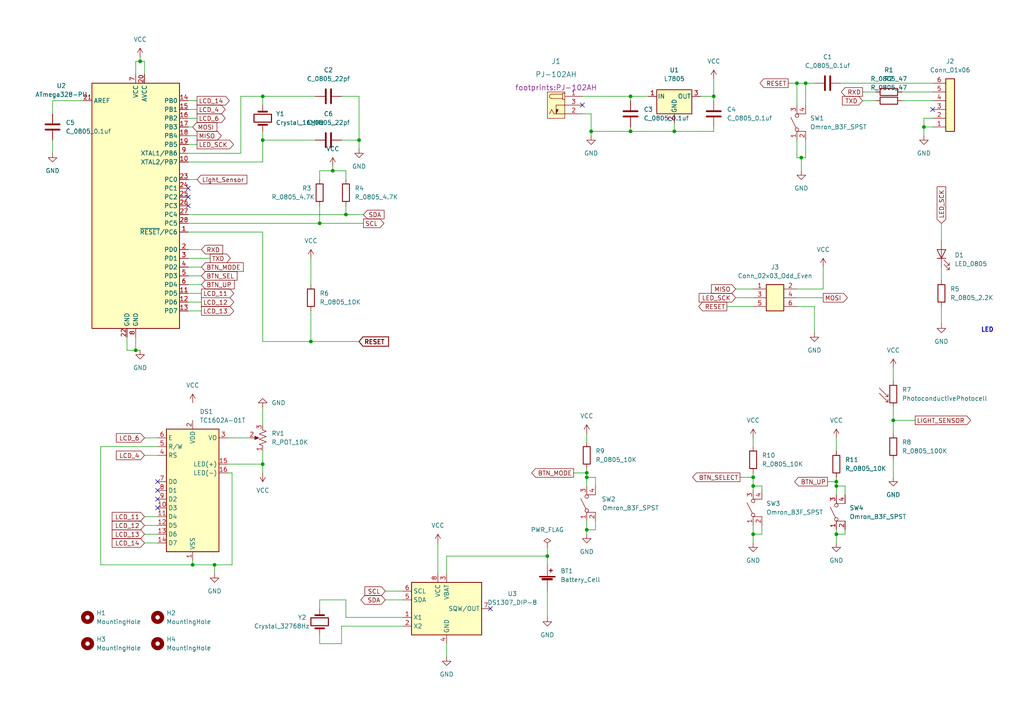
<source format=kicad_sch>
(kicad_sch (version 20211123) (generator eeschema)
  (paper "A4")
  (lib_symbols
    (symbol "HPS:ATmega328-PU"
      (property "Reference" "U" (at -11.43 39.37 0))
      (property "Value" "ATmega328-PU" (at -17.78 38.1 0))
      (symbol "ATmega328-PU_1_1"
        (pin tri_state line (at 15.24 -7.62 180) (length 2.54) (name "~{RESET}/PC6") (number "1"))
        (pin tri_state line (at 15.24 12.7 180) (length 2.54) (name "XTAL2/PB7") (number "10"))
        (pin tri_state line (at 15.24 -25.4 180) (length 2.54) (name "PD5") (number "11"))
        (pin tri_state line (at 15.24 -27.94 180) (length 2.54) (name "PD6") (number "12"))
        (pin tri_state line (at 15.24 -30.48 180) (length 2.54) (name "PD7") (number "13"))
        (pin tri_state line (at 15.24 30.48 180) (length 2.54) (name "PB0") (number "14"))
        (pin tri_state line (at 15.24 27.94 180) (length 2.54) (name "PB1") (number "15"))
        (pin tri_state line (at 15.24 25.4 180) (length 2.54) (name "PB2") (number "16"))
        (pin tri_state line (at 15.24 22.86 180) (length 2.54) (name "PB3") (number "17"))
        (pin tri_state line (at 15.24 20.32 180) (length 2.54) (name "PB4") (number "18"))
        (pin tri_state line (at 15.24 17.78 180) (length 2.54) (name "PB5") (number "19"))
        (pin tri_state line (at 15.24 -12.7 180) (length 2.54) (name "PD0") (number "2"))
        (pin power_in line (at 2.54 38.1 270) (length 2.54) (name "AVCC") (number "20"))
        (pin passive line (at -15.24 30.48 0) (length 2.54) (name "AREF") (number "21"))
        (pin power_in line (at -2.54 -38.1 90) (length 2.54) (name "GND") (number "22"))
        (pin tri_state line (at 15.24 7.62 180) (length 2.54) (name "PC0") (number "23"))
        (pin tri_state line (at 15.24 5.08 180) (length 2.54) (name "PC1") (number "24"))
        (pin tri_state line (at 15.24 2.54 180) (length 2.54) (name "PC2") (number "25"))
        (pin tri_state line (at 15.24 0 180) (length 2.54) (name "PC3") (number "26"))
        (pin tri_state line (at 15.24 -2.54 180) (length 2.54) (name "PC4") (number "27"))
        (pin tri_state line (at 15.24 -5.08 180) (length 2.54) (name "PC5") (number "28"))
        (pin tri_state line (at 15.24 -15.24 180) (length 2.54) (name "PD1") (number "3"))
        (pin tri_state line (at 15.24 -17.78 180) (length 2.54) (name "PD2") (number "4"))
        (pin tri_state line (at 15.24 -20.32 180) (length 2.54) (name "PD3") (number "5"))
        (pin tri_state line (at 15.24 -22.86 180) (length 2.54) (name "PD4") (number "6"))
        (pin power_in line (at 0 38.1 270) (length 2.54) (name "VCC") (number "7"))
        (pin power_in line (at 0 -38.1 90) (length 2.54) (name "GND") (number "8"))
        (pin tri_state line (at 15.24 15.24 180) (length 2.54) (name "XTAL1/PB6") (number "9"))
      )
    )
    (symbol "HPS:Battery_Cell" (pin_numbers hide) (pin_names (offset 0) hide)
      (property "Reference" "BT" (at 2.54 2.54 0))
      (property "Value" "Battery_Cell" (at 2.54 0 0))
      (symbol "Battery_Cell_1_1"
        (pin passive line (at 0 5.08 270) (length 2.54) (name "+") (number "1"))
        (pin passive line (at 0 -2.54 90) (length 2.54) (name "-") (number "2"))
      )
    )
    (symbol "HPS:C_0805_0.1uf" (pin_numbers hide) (pin_names (offset 0.254))
      (property "Reference" "C" (at 0.635 2.54 0))
      (property "Value" "C_0805_0.1uf" (at 0.635 -2.54 0))
      (symbol "C_0805_0.1uf_1_1"
        (pin passive line (at 0 3.81 270) (length 2.794) (name "~") (number "1"))
        (pin passive line (at 0 -3.81 90) (length 2.794) (name "~") (number "2"))
      )
    )
    (symbol "HPS:C_0805_22pf" (pin_numbers hide) (pin_names (offset 0.254))
      (property "Reference" "C" (at 0.635 2.54 0))
      (property "Value" "C_0805_22pf" (at 0.635 -2.54 0))
      (symbol "C_0805_22pf_1_1"
        (pin passive line (at 0 3.81 270) (length 2.794) (name "~") (number "1"))
        (pin passive line (at 0 -3.81 90) (length 2.794) (name "~") (number "2"))
      )
    )
    (symbol "HPS:Conn_01x06" (pin_names (offset 1.016) hide)
      (property "Reference" "J" (at 0 7.62 0))
      (property "Value" "Conn_01x06" (at 0 -10.16 0))
      (symbol "Conn_01x06_1_1"
        (pin passive line (at -5.08 5.08 0) (length 3.81) (name "Pin_1") (number "1"))
        (pin passive line (at -5.08 2.54 0) (length 3.81) (name "Pin_2") (number "2"))
        (pin passive line (at -5.08 0 0) (length 3.81) (name "Pin_3") (number "3"))
        (pin passive line (at -5.08 -2.54 0) (length 3.81) (name "Pin_4") (number "4"))
        (pin passive line (at -5.08 -5.08 0) (length 3.81) (name "Pin_5") (number "5"))
        (pin passive line (at -5.08 -7.62 0) (length 3.81) (name "Pin_6") (number "6"))
      )
    )
    (symbol "HPS:Conn_02x03_Odd_Even" (pin_names (offset 1.016) hide)
      (property "Reference" "J" (at 0 8.89 0))
      (property "Value" "Conn_02x03_Odd_Even" (at 0 6.35 0))
      (symbol "Conn_02x03_Odd_Even_1_1"
        (pin passive line (at -6.35 3.81 0) (length 3.81) (name "Pin_1") (number "1"))
        (pin passive line (at 6.35 3.81 180) (length 3.81) (name "Pin_2") (number "2"))
        (pin passive line (at -6.35 1.27 0) (length 3.81) (name "Pin_3") (number "3"))
        (pin passive line (at 6.35 1.27 180) (length 3.81) (name "Pin_4") (number "4"))
        (pin passive line (at -6.35 -1.27 0) (length 3.81) (name "Pin_5") (number "5"))
        (pin passive line (at 6.35 -1.27 180) (length 3.81) (name "Pin_6") (number "6"))
      )
    )
    (symbol "HPS:Crystal_16MHz" (pin_numbers hide) (pin_names (offset 1.016) hide)
      (property "Reference" "Y" (at 0 3.81 0))
      (property "Value" "Crystal_16MHz" (at 0 -3.81 0))
      (symbol "Crystal_16MHz_1_1"
        (pin passive line (at -3.81 0 0) (length 1.27) (name "1") (number "1"))
        (pin passive line (at 3.81 0 180) (length 1.27) (name "2") (number "2"))
      )
    )
    (symbol "HPS:Crystal_32768Hz" (pin_numbers hide) (pin_names (offset 1.016) hide)
      (property "Reference" "Y" (at 0 3.81 0))
      (property "Value" "Crystal_32768Hz" (at 0 -3.81 0))
      (symbol "Crystal_32768Hz_1_1"
        (pin passive line (at -3.81 0 0) (length 1.27) (name "1") (number "1"))
        (pin passive line (at 3.81 0 180) (length 1.27) (name "2") (number "2"))
      )
    )
    (symbol "HPS:DS1307_DIP-8"
      (property "Reference" "U" (at -8.89 8.89 0))
      (property "Value" "DS1307_DIP-8" (at 1.27 8.89 0))
      (symbol "DS1307_DIP-8_1_1"
        (pin input line (at -12.7 -2.54 0) (length 2.54) (name "X1") (number "1"))
        (pin input line (at -12.7 -5.08 0) (length 2.54) (name "X2") (number "2"))
        (pin power_in line (at 0 10.16 270) (length 2.54) (name "VBAT") (number "3"))
        (pin power_in line (at 0 -10.16 90) (length 2.54) (name "GND") (number "4"))
        (pin bidirectional line (at -12.7 2.54 0) (length 2.54) (name "SDA") (number "5"))
        (pin input line (at -12.7 5.08 0) (length 2.54) (name "SCL") (number "6"))
        (pin open_collector line (at 12.7 0 180) (length 2.54) (name "SQW/OUT") (number "7"))
        (pin power_in line (at -2.54 10.16 270) (length 2.54) (name "VCC") (number "8"))
      )
    )
    (symbol "HPS:GND" (power) (pin_names (offset 0))
      (property "Value" "GND" (at 0 -3.81 0))
      (symbol "GND_1_1"
        (pin power_in line (at 0 0 270) (length 0) hide (name "GND") (number "1"))
      )
    )
    (symbol "HPS:L7805" (pin_names (offset 0.254))
      (property "Reference" "U" (at -3.81 3.175 0))
      (property "Value" "L7805" (at 0 3.175 0))
      (symbol "L7805_1_1"
        (pin power_in line (at -7.62 0 0) (length 2.54) (name "IN") (number "1"))
        (pin power_in line (at 0 -7.62 90) (length 2.54) (name "GND") (number "2"))
        (pin power_out line (at 7.62 0 180) (length 2.54) (name "OUT") (number "3"))
      )
    )
    (symbol "HPS:LED_0805" (pin_numbers hide) (pin_names (offset 1.016) hide)
      (property "Reference" "D" (at 0 2.54 0))
      (property "Value" "LED_0805" (at 0 -2.54 0))
      (symbol "LED_0805_1_1"
        (pin passive line (at -3.81 0 0) (length 2.54) (name "K") (number "1"))
        (pin passive line (at 3.81 0 180) (length 2.54) (name "A") (number "2"))
      )
    )
    (symbol "HPS:MountingHole" (pin_names (offset 1.016))
      (property "Reference" "H" (at 0 5.08 0))
      (property "Value" "MountingHole" (at 0 3.175 0))
    )
    (symbol "HPS:Omron_B3F_SPST" (pin_names (offset 0) hide)
      (property "Reference" "SW" (at 0 5.08 0))
      (property "Value" "Omron_B3F_SPST" (at 0 2.54 0))
      (symbol "Omron_B3F_SPST_1_1"
        (pin passive line (at -5.08 0 0) (length 2.54) (name "A") (number "1"))
        (pin passive line (at -5.08 -2.54 0) (length 2.54) (name "A") (number "2"))
        (pin passive line (at 5.08 0 180) (length 2.54) (name "B") (number "3"))
        (pin passive line (at 5.08 -2.54 180) (length 2.54) (name "B") (number "4"))
      )
    )
    (symbol "HPS:PJ-102AH" (pin_names (offset 1.016) hide)
      (property "Reference" "J" (at -2.54 5.08 0))
      (property "Value" "PJ-102AH" (at 0 -5.334 0))
      (property "Footprint" "footprints:PJ-102AH" (at 0 -7.874 0))
      (symbol "PJ-102AH_1_1"
        (pin passive line (at 5.08 2.54 180) (length 5.08) (name "POLE") (number "1"))
        (pin passive line (at 5.08 -2.54 180) (length 5.08) (name "OUT") (number "2"))
        (pin passive line (at 5.08 0 180) (length 5.08) (name "OUT") (number "3"))
      )
    )
    (symbol "HPS:PWR_FLAG" (power) (pin_numbers hide) (pin_names (offset 0) hide)
      (property "Value" "PWR_FLAG" (at 0 3.81 0))
      (symbol "PWR_FLAG_0_0"
        (pin power_out line (at 0 0 90) (length 0) (name "pwr") (number "1"))
      )
    )
    (symbol "HPS:PhotoconductivePhotocell" (pin_numbers hide) (pin_names (offset 0))
      (property "Reference" "R" (at 5.08 1.27 0))
      (property "Value" "PhotoconductivePhotocell" (at 13.97 0 0))
      (symbol "PhotoconductivePhotocell_1_1"
        (pin passive line (at 0 3.81 270) (length 1.27) (name "~") (number "1"))
        (pin passive line (at 0 -3.81 90) (length 1.27) (name "~") (number "2"))
      )
    )
    (symbol "HPS:R_0805_100K" (pin_numbers hide) (pin_names (offset 0))
      (property "Reference" "R" (at 2.032 0 90))
      (property "Value" "R_0805_100K" (at -2.54 0 90))
      (symbol "R_0805_100K_1_1"
        (pin passive line (at 0 3.81 270) (length 1.27) (name "~") (number "1"))
        (pin passive line (at 0 -3.81 90) (length 1.27) (name "~") (number "2"))
      )
    )
    (symbol "HPS:R_0805_10K" (pin_numbers hide) (pin_names (offset 0))
      (property "Reference" "R" (at 2.032 0 90))
      (property "Value" "R_0805_10K" (at -2.54 0 90))
      (symbol "R_0805_10K_1_1"
        (pin passive line (at 0 3.81 270) (length 1.27) (name "~") (number "1"))
        (pin passive line (at 0 -3.81 90) (length 1.27) (name "~") (number "2"))
      )
    )
    (symbol "HPS:R_0805_2.2K" (pin_numbers hide) (pin_names (offset 0))
      (property "Reference" "R" (at 2.032 0 90))
      (property "Value" "R_0805_2.2K" (at -2.54 0 90))
      (symbol "R_0805_2.2K_1_1"
        (pin passive line (at 0 3.81 270) (length 1.27) (name "~") (number "1"))
        (pin passive line (at 0 -3.81 90) (length 1.27) (name "~") (number "2"))
      )
    )
    (symbol "HPS:R_0805_4.7K" (pin_numbers hide) (pin_names (offset 0))
      (property "Reference" "R" (at 2.032 0 90))
      (property "Value" "R_0805_4.7K" (at -2.54 0 90))
      (symbol "R_0805_4.7K_1_1"
        (pin passive line (at 0 3.81 270) (length 1.27) (name "~") (number "1"))
        (pin passive line (at 0 -3.81 90) (length 1.27) (name "~") (number "2"))
      )
    )
    (symbol "HPS:R_0805_47" (pin_numbers hide) (pin_names (offset 0))
      (property "Reference" "R" (at 2.032 0 90))
      (property "Value" "R_0805_47" (at -2.54 0 90))
      (symbol "R_0805_47_1_1"
        (pin passive line (at 0 3.81 270) (length 1.27) (name "~") (number "1"))
        (pin passive line (at 0 -3.81 90) (length 1.27) (name "~") (number "2"))
      )
    )
    (symbol "HPS:R_POT_10K" (pin_names (offset 1.016) hide)
      (property "Reference" "RV" (at -4.445 0 90))
      (property "Value" "R_POT_10K" (at -2.54 0 90))
      (symbol "R_POT_10K_1_1"
        (pin passive line (at 0 3.81 270) (length 1.27) (name "1") (number "1"))
        (pin passive line (at 3.81 0 180) (length 1.27) (name "2") (number "2"))
        (pin passive line (at 0 -3.81 90) (length 1.27) (name "3") (number "3"))
      )
    )
    (symbol "HPS:TC1602A-01T"
      (property "Reference" "DS" (at -5.842 19.05 0))
      (property "Value" "TC1602A-01T" (at 5.334 19.05 0))
      (symbol "TC1602A-01T_1_1"
        (pin power_in line (at 0 -20.32 90) (length 2.54) (name "VSS") (number "1"))
        (pin input line (at -10.16 -5.08 0) (length 2.54) (name "D3") (number "10"))
        (pin input line (at -10.16 -7.62 0) (length 2.54) (name "D4") (number "11"))
        (pin input line (at -10.16 -10.16 0) (length 2.54) (name "D5") (number "12"))
        (pin input line (at -10.16 -12.7 0) (length 2.54) (name "D6") (number "13"))
        (pin input line (at -10.16 -15.24 0) (length 2.54) (name "D7") (number "14"))
        (pin power_in line (at 10.16 7.62 180) (length 2.54) (name "LED(+)") (number "15"))
        (pin power_in line (at 10.16 5.08 180) (length 2.54) (name "LED(-)") (number "16"))
        (pin power_in line (at 0 20.32 270) (length 2.54) (name "VDD") (number "2"))
        (pin input line (at 10.16 15.24 180) (length 2.54) (name "VO") (number "3"))
        (pin input line (at -10.16 10.16 0) (length 2.54) (name "RS") (number "4"))
        (pin input line (at -10.16 12.7 0) (length 2.54) (name "R/W") (number "5"))
        (pin input line (at -10.16 15.24 0) (length 2.54) (name "E") (number "6"))
        (pin input line (at -10.16 2.54 0) (length 2.54) (name "D0") (number "7"))
        (pin input line (at -10.16 0 0) (length 2.54) (name "D1") (number "8"))
        (pin input line (at -10.16 -2.54 0) (length 2.54) (name "D2") (number "9"))
      )
    )
    (symbol "HPS:VCC" (power) (pin_names (offset 0))
      (property "Value" "VCC" (at 0 3.81 0))
      (symbol "VCC_1_1"
        (pin power_in line (at 0 0 90) (length 0) hide (name "VCC") (number "1"))
      )
    )
  )
  (junction (at 218.44 138.43))
  (junction (at 233.68 24.13))
  (junction (at 218.44 154.94))
  (junction (at 40.64 17.78))
  (junction (at 218.44 140.97))
  (junction (at 170.18 137.16))
  (junction (at 76.2 27.94))
  (junction (at 171.45 38.1))
  (junction (at 242.57 154.94))
  (junction (at 242.57 140.97))
  (junction (at 231.14 24.13))
  (junction (at 39.37 101.6))
  (junction (at 55.88 163.83))
  (junction (at 96.52 49.53))
  (junction (at 158.75 161.29))
  (junction (at 100.33 62.23))
  (junction (at 170.18 153.67))
  (junction (at 104.14 40.64))
  (junction (at 170.18 138.43))
  (junction (at 90.17 99.06))
  (junction (at 92.71 64.77))
  (junction (at 182.88 27.94))
  (junction (at 195.58 38.1))
  (junction (at 76.2 134.62))
  (junction (at 232.41 45.72))
  (junction (at 259.08 121.92))
  (junction (at 207.01 27.94))
  (junction (at 267.97 36.83))
  (junction (at 242.57 139.7))
  (junction (at 76.2 40.64))
  (junction (at 182.88 38.1))
  (junction (at 62.23 163.83))
  (no_connect (at 54.61 54.61))
  (no_connect (at 54.61 57.15))
  (no_connect (at 54.61 59.69))
  (no_connect (at 168.91 30.48))
  (no_connect (at 45.72 139.7))
  (no_connect (at 45.72 142.24))
  (no_connect (at 45.72 144.78))
  (no_connect (at 45.72 147.32))
  (no_connect (at 270.51 31.75))
  (no_connect (at 142.24 176.53))
  (wire (pts (xy 242.57 139.7) (xy 242.57 140.97)))
  (wire (pts (xy 236.22 24.13) (xy 233.68 24.13)))
  (wire (pts (xy 236.22 88.9) (xy 236.22 96.52)))
  (wire (pts (xy 29.21 163.83) (xy 55.88 163.83)))
  (wire (pts (xy 100.33 173.99) (xy 92.71 173.99)))
  (wire (pts (xy 54.61 82.55) (xy 58.42 82.55)))
  (wire (pts (xy 45.72 129.54) (xy 29.21 129.54)))
  (wire (pts (xy 250.19 29.21) (xy 254 29.21)))
  (wire (pts (xy 203.2 27.94) (xy 207.01 27.94)))
  (wire (pts (xy 195.58 38.1) (xy 182.88 38.1)))
  (wire (pts (xy 207.01 22.86) (xy 207.01 27.94)))
  (wire (pts (xy 54.61 46.99) (xy 76.2 46.99)))
  (wire (pts (xy 158.75 161.29) (xy 158.75 163.83)))
  (wire (pts (xy 158.75 171.45) (xy 158.75 179.07)))
  (wire (pts (xy 245.11 154.94) (xy 242.57 154.94)))
  (wire (pts (xy 220.98 140.97) (xy 218.44 140.97)))
  (wire (pts (xy 245.11 143.51) (xy 245.11 140.97)))
  (wire (pts (xy 54.61 29.21) (xy 57.15 29.21)))
  (wire (pts (xy 259.08 106.68) (xy 259.08 110.49)))
  (wire (pts (xy 54.61 85.09) (xy 58.42 85.09)))
  (wire (pts (xy 170.18 137.16) (xy 170.18 138.43)))
  (wire (pts (xy 233.68 24.13) (xy 233.68 30.48)))
  (wire (pts (xy 231.14 24.13) (xy 231.14 30.48)))
  (wire (pts (xy 91.44 27.94) (xy 76.2 27.94)))
  (wire (pts (xy 100.33 62.23) (xy 105.41 62.23)))
  (wire (pts (xy 104.14 40.64) (xy 104.14 43.18)))
  (wire (pts (xy 240.03 139.7) (xy 242.57 139.7)))
  (wire (pts (xy 104.14 27.94) (xy 99.06 27.94)))
  (wire (pts (xy 232.41 45.72) (xy 232.41 49.53)))
  (wire (pts (xy 76.2 67.31) (xy 54.61 67.31)))
  (wire (pts (xy 116.84 179.07) (xy 100.33 179.07)))
  (wire (pts (xy 231.14 45.72) (xy 232.41 45.72)))
  (wire (pts (xy 207.01 27.94) (xy 207.01 29.21)))
  (wire (pts (xy 220.98 154.94) (xy 218.44 154.94)))
  (wire (pts (xy 170.18 138.43) (xy 170.18 140.97)))
  (wire (pts (xy 96.52 49.53) (xy 100.33 49.53)))
  (wire (pts (xy 54.61 64.77) (xy 92.71 64.77)))
  (wire (pts (xy 39.37 101.6) (xy 40.64 101.6)))
  (wire (pts (xy 54.61 74.93) (xy 60.96 74.93)))
  (wire (pts (xy 76.2 40.64) (xy 91.44 40.64)))
  (wire (pts (xy 41.91 157.48) (xy 45.72 157.48)))
  (wire (pts (xy 99.06 181.61) (xy 116.84 181.61)))
  (wire (pts (xy 213.36 86.36) (xy 218.44 86.36)))
  (wire (pts (xy 231.14 88.9) (xy 236.22 88.9)))
  (wire (pts (xy 41.91 152.4) (xy 45.72 152.4)))
  (wire (pts (xy 228.6 24.13) (xy 231.14 24.13)))
  (wire (pts (xy 92.71 64.77) (xy 92.71 59.69)))
  (wire (pts (xy 55.88 163.83) (xy 55.88 162.56)))
  (wire (pts (xy 29.21 129.54) (xy 29.21 163.83)))
  (wire (pts (xy 182.88 27.94) (xy 187.96 27.94)))
  (wire (pts (xy 41.91 149.86) (xy 45.72 149.86)))
  (wire (pts (xy 54.61 62.23) (xy 100.33 62.23)))
  (wire (pts (xy 69.85 27.94) (xy 76.2 27.94)))
  (wire (pts (xy 40.64 17.78) (xy 39.37 17.78)))
  (wire (pts (xy 54.61 87.63) (xy 58.42 87.63)))
  (wire (pts (xy 92.71 64.77) (xy 105.41 64.77)))
  (wire (pts (xy 92.71 49.53) (xy 96.52 49.53)))
  (wire (pts (xy 67.31 163.83) (xy 62.23 163.83)))
  (wire (pts (xy 218.44 154.94) (xy 218.44 152.4)))
  (wire (pts (xy 172.72 153.67) (xy 170.18 153.67)))
  (wire (pts (xy 242.57 140.97) (xy 242.57 143.51)))
  (wire (pts (xy 166.37 137.16) (xy 170.18 137.16)))
  (wire (pts (xy 76.2 118.11) (xy 76.2 123.19)))
  (wire (pts (xy 182.88 38.1) (xy 171.45 38.1)))
  (wire (pts (xy 90.17 90.17) (xy 90.17 99.06)))
  (wire (pts (xy 66.04 134.62) (xy 76.2 134.62)))
  (wire (pts (xy 127 157.48) (xy 127 166.37)))
  (wire (pts (xy 15.24 29.21) (xy 24.13 29.21)))
  (wire (pts (xy 259.08 118.11) (xy 259.08 121.92)))
  (wire (pts (xy 238.76 83.82) (xy 238.76 77.47)))
  (wire (pts (xy 220.98 142.24) (xy 220.98 140.97)))
  (wire (pts (xy 100.33 59.69) (xy 100.33 62.23)))
  (wire (pts (xy 171.45 33.02) (xy 171.45 38.1)))
  (wire (pts (xy 62.23 163.83) (xy 55.88 163.83)))
  (wire (pts (xy 39.37 97.79) (xy 39.37 101.6)))
  (wire (pts (xy 207.01 36.83) (xy 207.01 38.1)))
  (wire (pts (xy 62.23 163.83) (xy 62.23 166.37)))
  (wire (pts (xy 242.57 138.43) (xy 242.57 139.7)))
  (wire (pts (xy 54.61 41.91) (xy 57.15 41.91)))
  (wire (pts (xy 100.33 179.07) (xy 100.33 173.99)))
  (wire (pts (xy 231.14 83.82) (xy 238.76 83.82)))
  (wire (pts (xy 182.88 27.94) (xy 182.88 29.21)))
  (wire (pts (xy 76.2 130.81) (xy 76.2 134.62)))
  (wire (pts (xy 168.91 33.02) (xy 171.45 33.02)))
  (wire (pts (xy 54.61 77.47) (xy 58.42 77.47)))
  (wire (pts (xy 172.72 151.13) (xy 172.72 153.67)))
  (wire (pts (xy 54.61 39.37) (xy 57.15 39.37)))
  (wire (pts (xy 41.91 127) (xy 45.72 127)))
  (wire (pts (xy 270.51 34.29) (xy 267.97 34.29)))
  (wire (pts (xy 40.64 17.78) (xy 41.91 17.78)))
  (wire (pts (xy 261.62 29.21) (xy 270.51 29.21)))
  (wire (pts (xy 273.05 64.77) (xy 273.05 69.85)))
  (wire (pts (xy 40.64 16.51) (xy 40.64 17.78)))
  (wire (pts (xy 242.57 153.67) (xy 242.57 154.94)))
  (wire (pts (xy 242.57 127) (xy 242.57 130.81)))
  (wire (pts (xy 54.61 34.29) (xy 57.15 34.29)))
  (wire (pts (xy 36.83 101.6) (xy 39.37 101.6)))
  (wire (pts (xy 245.11 153.67) (xy 245.11 154.94)))
  (wire (pts (xy 54.61 80.01) (xy 58.42 80.01)))
  (wire (pts (xy 92.71 173.99) (xy 92.71 176.53)))
  (wire (pts (xy 231.14 24.13) (xy 233.68 24.13)))
  (wire (pts (xy 99.06 186.69) (xy 99.06 181.61)))
  (wire (pts (xy 69.85 44.45) (xy 69.85 27.94)))
  (wire (pts (xy 210.82 88.9) (xy 218.44 88.9)))
  (wire (pts (xy 92.71 184.15) (xy 92.71 186.69)))
  (wire (pts (xy 242.57 154.94) (xy 242.57 157.48)))
  (wire (pts (xy 231.14 86.36) (xy 238.76 86.36)))
  (wire (pts (xy 76.2 38.1) (xy 76.2 40.64)))
  (wire (pts (xy 171.45 38.1) (xy 171.45 39.37)))
  (wire (pts (xy 261.62 26.67) (xy 270.51 26.67)))
  (wire (pts (xy 54.61 36.83) (xy 55.88 36.83)))
  (wire (pts (xy 111.76 171.45) (xy 116.84 171.45)))
  (wire (pts (xy 92.71 186.69) (xy 99.06 186.69)))
  (wire (pts (xy 39.37 17.78) (xy 39.37 21.59)))
  (wire (pts (xy 41.91 154.94) (xy 45.72 154.94)))
  (wire (pts (xy 66.04 127) (xy 72.39 127)))
  (wire (pts (xy 168.91 27.94) (xy 182.88 27.94)))
  (wire (pts (xy 250.19 26.67) (xy 254 26.67)))
  (wire (pts (xy 90.17 74.93) (xy 90.17 82.55)))
  (wire (pts (xy 267.97 36.83) (xy 267.97 39.37)))
  (wire (pts (xy 54.61 52.07) (xy 57.15 52.07)))
  (wire (pts (xy 220.98 152.4) (xy 220.98 154.94)))
  (wire (pts (xy 267.97 34.29) (xy 267.97 36.83)))
  (wire (pts (xy 170.18 153.67) (xy 170.18 154.94)))
  (wire (pts (xy 231.14 40.64) (xy 231.14 45.72)))
  (wire (pts (xy 218.44 154.94) (xy 218.44 157.48)))
  (wire (pts (xy 76.2 137.16) (xy 76.2 134.62)))
  (wire (pts (xy 36.83 97.79) (xy 36.83 101.6)))
  (wire (pts (xy 273.05 88.9) (xy 273.05 93.98)))
  (wire (pts (xy 232.41 45.72) (xy 233.68 45.72)))
  (wire (pts (xy 129.54 186.69) (xy 129.54 190.5)))
  (wire (pts (xy 129.54 166.37) (xy 129.54 161.29)))
  (wire (pts (xy 54.61 44.45) (xy 69.85 44.45)))
  (wire (pts (xy 243.84 24.13) (xy 270.51 24.13)))
  (wire (pts (xy 172.72 138.43) (xy 170.18 138.43)))
  (wire (pts (xy 111.76 173.99) (xy 116.84 173.99)))
  (wire (pts (xy 273.05 77.47) (xy 273.05 81.28)))
  (wire (pts (xy 76.2 46.99) (xy 76.2 40.64)))
  (wire (pts (xy 172.72 140.97) (xy 172.72 138.43)))
  (wire (pts (xy 76.2 99.06) (xy 90.17 99.06)))
  (wire (pts (xy 270.51 36.83) (xy 267.97 36.83)))
  (wire (pts (xy 100.33 49.53) (xy 100.33 52.07)))
  (wire (pts (xy 170.18 151.13) (xy 170.18 153.67)))
  (wire (pts (xy 15.24 40.64) (xy 15.24 44.45)))
  (wire (pts (xy 218.44 140.97) (xy 218.44 142.24)))
  (wire (pts (xy 54.61 31.75) (xy 57.15 31.75)))
  (wire (pts (xy 41.91 132.08) (xy 45.72 132.08)))
  (wire (pts (xy 218.44 137.16) (xy 218.44 138.43)))
  (wire (pts (xy 96.52 48.26) (xy 96.52 49.53)))
  (wire (pts (xy 104.14 40.64) (xy 99.06 40.64)))
  (wire (pts (xy 158.75 158.75) (xy 158.75 161.29)))
  (wire (pts (xy 170.18 125.73) (xy 170.18 128.27)))
  (wire (pts (xy 182.88 36.83) (xy 182.88 38.1)))
  (wire (pts (xy 54.61 90.17) (xy 58.42 90.17)))
  (wire (pts (xy 41.91 17.78) (xy 41.91 21.59)))
  (wire (pts (xy 214.63 138.43) (xy 218.44 138.43)))
  (wire (pts (xy 76.2 67.31) (xy 76.2 99.06)))
  (wire (pts (xy 195.58 35.56) (xy 195.58 38.1)))
  (wire (pts (xy 129.54 161.29) (xy 158.75 161.29)))
  (wire (pts (xy 259.08 121.92) (xy 259.08 125.73)))
  (wire (pts (xy 54.61 72.39) (xy 58.42 72.39)))
  (wire (pts (xy 92.71 52.07) (xy 92.71 49.53)))
  (wire (pts (xy 67.31 137.16) (xy 67.31 163.83)))
  (wire (pts (xy 218.44 127) (xy 218.44 129.54)))
  (wire (pts (xy 245.11 140.97) (xy 242.57 140.97)))
  (wire (pts (xy 76.2 27.94) (xy 76.2 30.48)))
  (wire (pts (xy 15.24 33.02) (xy 15.24 29.21)))
  (wire (pts (xy 233.68 45.72) (xy 233.68 40.64)))
  (wire (pts (xy 259.08 133.35) (xy 259.08 138.43)))
  (wire (pts (xy 66.04 137.16) (xy 67.31 137.16)))
  (wire (pts (xy 207.01 38.1) (xy 195.58 38.1)))
  (wire (pts (xy 104.14 27.94) (xy 104.14 40.64)))
  (wire (pts (xy 259.08 121.92) (xy 265.43 121.92)))
  (wire (pts (xy 218.44 138.43) (xy 218.44 140.97)))
  (wire (pts (xy 213.36 83.82) (xy 218.44 83.82)))
  (wire (pts (xy 170.18 135.89) (xy 170.18 137.16)))
  (wire (pts (xy 90.17 99.06) (xy 104.14 99.06)))
  (text "LED" (at 284.48 96.52 0) (effects (font (size 1.27 1.27) (thickness 0.254) bold) (justify left bottom)))
  (global_label "RESET" (shape input) (at 104.14 99.06 0) (effects (font bold)) (property "Intersheet References" "${INTERSHEET_REFS}" (effects hide)))
  (global_label "LED_SCK" (shape output) (at 57.15 41.91 0) (property "Intersheet References" "${INTERSHEET_REFS}" (effects hide)))
  (global_label "TXD" (shape output) (at 60.96 74.93 0) (property "Intersheet References" "${INTERSHEET_REFS}" (effects hide)))
  (global_label "LCD_4" (shape input) (at 41.91 132.08 180) (property "Intersheet References" "${INTERSHEET_REFS}" (effects hide)))
  (global_label "MOSI" (shape input) (at 55.88 36.83 0) (property "Intersheet References" "${INTERSHEET_REFS}" (effects hide)))
  (global_label "LED_SCK" (shape input) (at 213.36 86.36 180) (property "Intersheet References" "${INTERSHEET_REFS}" (effects hide)))
  (global_label "LCD_11" (shape output) (at 58.42 85.09 0) (property "Intersheet References" "${INTERSHEET_REFS}" (effects hide)))
  (global_label "BTN_MODE" (shape input) (at 58.42 77.47 0) (property "Intersheet References" "${INTERSHEET_REFS}" (effects hide)))
  (global_label "BTN_UP" (shape input) (at 58.42 82.55 0) (property "Intersheet References" "${INTERSHEET_REFS}" (effects hide)))
  (global_label "BTN_SEL" (shape input) (at 58.42 80.01 0) (property "Intersheet References" "${INTERSHEET_REFS}" (effects hide)))
  (global_label "RXD" (shape output) (at 250.19 26.67 180) (property "Intersheet References" "${INTERSHEET_REFS}" (effects hide)))
  (global_label "LCD_4" (shape output) (at 57.15 31.75 0) (property "Intersheet References" "${INTERSHEET_REFS}" (effects hide)))
  (global_label "SCL" (shape output) (at 105.41 64.77 0) (property "Intersheet References" "${INTERSHEET_REFS}" (effects hide)))
  (global_label "MOSI" (shape output) (at 238.76 86.36 0) (property "Intersheet References" "${INTERSHEET_REFS}" (effects hide)))
  (global_label "LED_SCK" (shape input) (at 273.05 64.77 90) (property "Intersheet References" "${INTERSHEET_REFS}" (effects hide)))
  (global_label "RESET" (shape output) (at 210.82 88.9 180) (property "Intersheet References" "${INTERSHEET_REFS}" (effects hide)))
  (global_label "LCD_6" (shape output) (at 57.15 34.29 0) (property "Intersheet References" "${INTERSHEET_REFS}" (effects hide)))
  (global_label "LCD_6" (shape input) (at 41.91 127 180) (property "Intersheet References" "${INTERSHEET_REFS}" (effects hide)))
  (global_label "LIGHT_SENSOR" (shape output) (at 265.43 121.92 0) (property "Intersheet References" "${INTERSHEET_REFS}" (effects hide)))
  (global_label "RXD" (shape input) (at 58.42 72.39 0) (property "Intersheet References" "${INTERSHEET_REFS}" (effects hide)))
  (global_label "LCD_13" (shape input) (at 41.91 154.94 180) (property "Intersheet References" "${INTERSHEET_REFS}" (effects hide)))
  (global_label "MISO" (shape input) (at 213.36 83.82 180) (property "Intersheet References" "${INTERSHEET_REFS}" (effects hide)))
  (global_label "LCD_13" (shape output) (at 58.42 90.17 0) (property "Intersheet References" "${INTERSHEET_REFS}" (effects hide)))
  (global_label "SDA" (shape input) (at 105.41 62.23 0) (property "Intersheet References" "${INTERSHEET_REFS}" (effects hide)))
  (global_label "LCD_12" (shape output) (at 58.42 87.63 0) (property "Intersheet References" "${INTERSHEET_REFS}" (effects hide)))
  (global_label "SDA" (shape bidirectional) (at 111.76 173.99 180) (property "Intersheet References" "${INTERSHEET_REFS}" (effects hide)))
  (global_label "LCD_11" (shape input) (at 41.91 149.86 180) (property "Intersheet References" "${INTERSHEET_REFS}" (effects hide)))
  (global_label "TXD" (shape input) (at 250.19 29.21 180) (property "Intersheet References" "${INTERSHEET_REFS}" (effects hide)))
  (global_label "RESET" (shape output) (at 228.6 24.13 180) (property "Intersheet References" "${INTERSHEET_REFS}" (effects hide)))
  (global_label "LCD_14" (shape output) (at 57.15 29.21 0) (property "Intersheet References" "${INTERSHEET_REFS}" (effects hide)))
  (global_label "BTN_MODE" (shape output) (at 166.37 137.16 180) (property "Intersheet References" "${INTERSHEET_REFS}" (effects hide)))
  (global_label "Light_Sensor" (shape input) (at 57.15 52.07 0) (property "Intersheet References" "${INTERSHEET_REFS}" (effects hide)))
  (global_label "LCD_14" (shape input) (at 41.91 157.48 180) (property "Intersheet References" "${INTERSHEET_REFS}" (effects hide)))
  (global_label "MISO" (shape output) (at 57.15 39.37 0) (property "Intersheet References" "${INTERSHEET_REFS}" (effects hide)))
  (global_label "SCL" (shape input) (at 111.76 171.45 180) (property "Intersheet References" "${INTERSHEET_REFS}" (effects hide)))
  (global_label "BTN_SELECT" (shape output) (at 214.63 138.43 180) (property "Intersheet References" "${INTERSHEET_REFS}" (effects hide)))
  (global_label "BTN_UP" (shape output) (at 240.03 139.7 180) (property "Intersheet References" "${INTERSHEET_REFS}" (effects hide)))
  (global_label "LCD_12" (shape input) (at 41.91 152.4 180) (property "Intersheet References" "${INTERSHEET_REFS}" (effects hide)))
  (symbol (lib_id "HPS:DS1307_DIP-8") (at 129.54 176.53 0) (unit 1)
    (property "Reference" "U3" (at 148.59 172.1993 0))
    (property "Value" "DS1307_DIP-8" (at 148.59 174.7393 0))
    (property "Footprint" "footprints:DIP-8_W7.62mm" (effects hide))
    (property "Datasheet" "https://datasheets.maximintegrated.com/en/ds/DS1307.pdf" (effects hide))
    (property "MFG" "Assmann WSW Components" (effects hide))
    (property "MPN" "A 08-LC-TT" (effects hide))
    (property "Digikey PN" "AE9986-ND" (effects hide))
    (property "Mouser PN" "N/A" (effects hide))
  )
  (symbol (lib_id "HPS:C_0805_0.1uf") (at 240.03 24.13 90) (unit 1)
    (property "Reference" "C1" (at 240.03 16.51 90))
    (property "Value" "C_0805_0.1uf" (at 240.03 19.05 90))
    (property "Footprint" "footprints:C_0805_2012Metric" (effects hide))
    (property "Datasheet" "https://datasheets.avx.com/X7RDielectric.pdf" (effects hide))
    (property "MFG" "AVX Corporation" (effects hide))
    (property "MPN" "08055C104KAT2A" (effects hide))
    (property "Digikey PN" "478-1395-1-ND" (effects hide))
    (property "Mouser PN" "N/A" (effects hide))
    (property "Voltage" "N/A" (effects hide))
    (property "Dielectric" "N/A" (effects hide))
    (property "Tolerance" "N/A" (effects hide))
  )
  (symbol (lib_id "HPS:Omron_B3F_SPST") (at 242.57 148.59 90) (unit 1)
    (property "Reference" "SW4" (at 246.38 147.3199 90) (effects (justify right)))
    (property "Value" "Omron_B3F_SPST" (at 246.38 149.8599 90) (effects (justify right)))
    (property "Footprint" "footprints:SW_SPST_Omron_B3FS-100xP" (effects hide))
    (property "Datasheet" "https://omronfs.omron.com/en_US/ecb/products/pdf/en-b3fs.pdf" (effects hide))
    (property "MFG" "Omron Electronics Inc-EMC Div" (effects hide))
    (property "MPN" "B3FS-1000P" (effects hide))
    (property "Digikey PN" "SW423CT-ND" (effects hide))
    (property "Mouser PN" "N/A" (effects hide))
  )
  (symbol (lib_id "HPS:VCC") (at 207.01 22.86 0) (unit 1)
    (property "Reference" "#PWR02" (effects hide))
    (property "Value" "VCC" (at 207.01 17.78 0))
  )
  (symbol (lib_id "HPS:GND") (at 242.57 157.48 0) (unit 1)
    (property "Reference" "#PWR025" (effects hide))
    (property "Value" "GND" (at 242.57 162.56 0))
  )
  (symbol (lib_id "HPS:VCC") (at 242.57 127 0) (unit 1)
    (property "Reference" "#PWR019" (effects hide))
    (property "Value" "VCC" (at 242.57 121.92 0))
  )
  (symbol (lib_id "HPS:GND") (at 76.2 118.11 180) (unit 1)
    (property "Reference" "#PWR016" (effects hide))
    (property "Value" "GND" (at 78.74 116.8399 0) (effects (justify right)))
  )
  (symbol (lib_id "HPS:VCC") (at 40.64 16.51 0) (unit 1)
    (property "Reference" "#PWR01" (effects hide))
    (property "Value" "VCC" (at 40.64 11.43 0))
  )
  (symbol (lib_id "HPS:R_0805_4.7K") (at 92.71 55.88 0) (unit 1)
    (property "Reference" "R3" (at 87.63 54.61 0) (effects (justify left)))
    (property "Value" "R_0805_4.7K" (at 78.74 57.15 0) (effects (justify left)))
    (property "Footprint" "footprints:R_0805_2012Metric" (effects hide))
    (property "Datasheet" "https://www.digikey.com/en/products/detail/yageo/RC0805FR-074K7L/727929" (effects hide))
    (property "MFG" "Yageo" (effects hide))
    (property "MPN" "RC0805FR-074K7L" (effects hide))
    (property "Digikey PN" "311-4.70KCRCT-ND" (effects hide))
    (property "Mouser PN" "N/A" (effects hide))
    (property "Power" "N/A" (effects hide))
    (property "Tolerance" "N/A" (effects hide))
  )
  (symbol (lib_id "HPS:C_0805_0.1uf") (at 182.88 33.02 0) (unit 1)
    (property "Reference" "C3" (at 186.69 31.7499 0) (effects (justify left)))
    (property "Value" "C_0805_0.1uf" (at 186.69 34.2899 0) (effects (justify left)))
    (property "Footprint" "footprints:C_0805_2012Metric" (effects hide))
    (property "Datasheet" "https://datasheets.avx.com/X7RDielectric.pdf" (effects hide))
    (property "MFG" "AVX Corporation" (effects hide))
    (property "MPN" "08055C104KAT2A" (effects hide))
    (property "Digikey PN" "478-1395-1-ND" (effects hide))
    (property "Mouser PN" "N/A" (effects hide))
    (property "Voltage" "N/A" (effects hide))
    (property "Dielectric" "N/A" (effects hide))
    (property "Tolerance" "N/A" (effects hide))
  )
  (symbol (lib_id "HPS:Conn_02x03_Odd_Even") (at 224.79 87.63 0) (unit 1)
    (property "Reference" "J3" (at 224.79 77.47 0))
    (property "Value" "Conn_02x03_Odd_Even" (at 224.79 80.01 0))
    (property "Footprint" "footprints:PinHeader_2x03_P2.54mm_Vertical" (effects hide))
    (property "Datasheet" "https://drawings-pdf.s3.amazonaws.com/11636.pdf" (effects hide))
    (property "MFG" "Sullins Connector Solutions" (effects hide))
    (property "MPN" "PRPC003DAAN-RC" (effects hide))
    (property "Digikey PN" "S2011EC-03-ND" (effects hide))
    (property "Mouser PN" "N/A" (effects hide))
  )
  (symbol (lib_id "HPS:R_0805_47") (at 257.81 26.67 90) (unit 1)
    (property "Reference" "R1" (at 257.81 20.32 90))
    (property "Value" "R_0805_47" (at 257.81 22.86 90))
    (property "Footprint" "footprints:R_0805_2012Metric" (effects hide))
    (property "Datasheet" "https://www.digikey.com/en/products/detail/yageo/RC0805FR-0747RL/727972" (effects hide))
    (property "MFG" "Yageo" (effects hide))
    (property "Digikey PN" "RC0805FR-0747RL " (effects hide))
    (property "Mouser PN" "N/A" (effects hide))
    (property "Power" "N/A" (effects hide))
    (property "Tolerance" "N/A" (effects hide))
    (property "MPN" "RC0805FR-0747RL " (effects hide))
  )
  (symbol (lib_id "HPS:GND") (at 129.54 190.5 0) (unit 1)
    (property "Reference" "#PWR028" (effects hide))
    (property "Value" "GND" (at 129.54 195.58 0))
  )
  (symbol (lib_id "HPS:ATmega328-PU") (at 39.37 59.69 0) (unit 1)
    (property "Reference" "U2" (at 17.78 24.8793 0))
    (property "Value" "ATmega328-PU" (at 17.78 27.4193 0))
    (property "Footprint" "footprints:DIP-28_W7.62mm" (effects hide))
    (property "Datasheet" "http://www.microchip.com/mymicrochip/filehandler.aspx?ddocname=en608326" (effects hide))
    (property "MFG" "On Shore Technology Inc." (effects hide))
    (property "MPN" "ED281DT" (effects hide))
    (property "Digikey PN" "ED3050-5-ND" (effects hide))
    (property "Mouser PN" "N/A" (effects hide))
  )
  (symbol (lib_id "HPS:MountingHole") (at 45.72 179.07 0) (unit 1)
    (property "Reference" "H2" (at 48.26 177.7999 0) (effects (justify left)))
    (property "Value" "MountingHole" (at 48.26 180.3399 0) (effects (justify left)))
    (property "Footprint" "footprints:MountingHole_3.2mm_M3" (effects hide))
  )
  (symbol (lib_id "HPS:R_0805_100K") (at 259.08 129.54 0) (unit 1)
    (property "Reference" "R8" (at 261.62 128.2699 0) (effects (justify left)))
    (property "Value" "R_0805_100K" (at 261.62 130.8099 0) (effects (justify left)))
    (property "Footprint" "footprints:R_0805_2012Metric" (effects hide))
    (property "Datasheet" "https://www.digikey.com/en/products/detail/yageo/RC0805FR-07100KL/727544" (effects hide))
    (property "MFG" "Yageo" (effects hide))
    (property "MPN" "RC0805FR-07100KL" (effects hide))
    (property "Digikey PN" "311-100KCRCT-ND" (effects hide))
    (property "Mouser PN" "N/A" (effects hide))
    (property "Power" "N/A" (effects hide))
    (property "Tolerance" "N/A" (effects hide))
  )
  (symbol (lib_id "HPS:R_0805_10K") (at 242.57 134.62 0) (unit 1)
    (property "Reference" "R11" (at 245.11 133.3499 0) (effects (justify left)))
    (property "Value" "R_0805_10K" (at 245.11 135.8899 0) (effects (justify left)))
    (property "Footprint" "footprints:R_0805_2012Metric" (effects hide))
    (property "Datasheet" "https://www.digikey.com/en/products/detail/yageo/RC0805FR-0710KL/727535" (effects hide))
    (property "MFG" "Yageo" (effects hide))
    (property "MPN" "RC0805FR-0710KL" (effects hide))
    (property "Digikey PN" "311-10.0KCRCT-ND" (effects hide))
    (property "Mouser PN" "N/A" (effects hide))
    (property "Power" "N/A" (effects hide))
    (property "Tolerance" "N/A" (effects hide))
  )
  (symbol (lib_id "HPS:GND") (at 236.22 96.52 0) (unit 1)
    (property "Reference" "#PWR012" (effects hide))
    (property "Value" "GND" (at 236.22 101.6 0))
  )
  (symbol (lib_id "HPS:C_0805_0.1uf") (at 15.24 36.83 0) (unit 1)
    (property "Reference" "C5" (at 19.05 35.5599 0) (effects (justify left)))
    (property "Value" "C_0805_0.1uf" (at 19.05 38.0999 0) (effects (justify left)))
    (property "Footprint" "footprints:C_0805_2012Metric" (effects hide))
    (property "Datasheet" "https://datasheets.avx.com/X7RDielectric.pdf" (effects hide))
    (property "MFG" "AVX Corporation" (effects hide))
    (property "MPN" "08055C104KAT2A" (effects hide))
    (property "Digikey PN" "478-1395-1-ND" (effects hide))
    (property "Mouser PN" "N/A" (effects hide))
    (property "Voltage" "N/A" (effects hide))
    (property "Dielectric" "N/A" (effects hide))
    (property "Tolerance" "N/A" (effects hide))
  )
  (symbol (lib_id "HPS:MountingHole") (at 25.4 179.07 0) (unit 1)
    (property "Reference" "H1" (at 27.94 177.7999 0) (effects (justify left)))
    (property "Value" "MountingHole" (at 27.94 180.3399 0) (effects (justify left)))
    (property "Footprint" "footprints:MountingHole_3.2mm_M3" (effects hide))
  )
  (symbol (lib_id "HPS:GND") (at 218.44 157.48 0) (unit 1)
    (property "Reference" "#PWR024" (effects hide))
    (property "Value" "GND" (at 218.44 162.56 0))
  )
  (symbol (lib_id "HPS:R_0805_47") (at 257.81 29.21 90) (unit 1)
    (property "Reference" "R2" (at 257.81 22.86 90))
    (property "Value" "R_0805_47" (at 257.81 25.4 90))
    (property "Footprint" "footprints:R_0805_2012Metric" (effects hide))
    (property "Datasheet" "https://www.digikey.com/en/products/detail/yageo/RC0805FR-0747RL/727972" (effects hide))
    (property "MFG" "Yageo" (effects hide))
    (property "Digikey PN" "RC0805FR-0747RL " (effects hide))
    (property "Mouser PN" "N/A" (effects hide))
    (property "Power" "N/A" (effects hide))
    (property "Tolerance" "N/A" (effects hide))
    (property "MPN" "RC0805FR-0747RL " (effects hide))
  )
  (symbol (lib_id "HPS:GND") (at 158.75 179.07 0) (unit 1)
    (property "Reference" "#PWR027" (effects hide))
    (property "Value" "GND" (at 158.75 184.15 0))
  )
  (symbol (lib_id "HPS:GND") (at 232.41 49.53 0) (unit 1)
    (property "Reference" "#PWR08" (effects hide))
    (property "Value" "GND" (at 232.41 54.61 0))
  )
  (symbol (lib_id "HPS:C_0805_22pf") (at 95.25 27.94 270) (unit 1)
    (property "Reference" "C2" (at 95.25 20.32 90))
    (property "Value" "C_0805_22pf" (at 95.25 22.86 90))
    (property "Footprint" "footprints:C_0805_2012Metric" (effects hide))
    (property "Datasheet" "https://www.yageo.com/upload/media/product/productsearch/datasheet/mlcc/UPY-GP_NP0_16V-to-50V_18.pdf" (effects hide))
    (property "MFG" "Yageo" (effects hide))
    (property "MPN" "CC0805JRNPO9BN220" (effects hide))
    (property "Digikey PN" "311-1103-1-ND" (effects hide))
    (property "Mouser PN" "N/A" (effects hide))
    (property "Voltage" "N/A" (effects hide))
    (property "Dielectric" "N/A" (effects hide))
    (property "Tolerance" "N/A" (effects hide))
  )
  (symbol (lib_id "HPS:GND") (at 62.23 166.37 0) (unit 1)
    (property "Reference" "#PWR026" (effects hide))
    (property "Value" "GND" (at 62.23 171.45 0))
  )
  (symbol (lib_id "HPS:Battery_Cell") (at 158.75 168.91 0) (unit 1)
    (property "Reference" "BT1" (at 162.56 165.6079 0) (effects (justify left)))
    (property "Value" "Battery_Cell" (at 162.56 168.1479 0) (effects (justify left)))
    (property "Footprint" "footprints:BatteryHolder_Keystone_106_1x20mm" (effects hide))
    (property "Datasheet" "https://media.digikey.com/pdf/Data%20Sheets/Memory%20Protection%20PDFs/Coin_Cell_Guide.pdf" (effects hide))
    (property "MFG" "MPD (Memory Protection Devices)" (effects hide))
    (property "MPN" "BS-7" (effects hide))
    (property "Digikey PN" "BS-7-ND" (effects hide))
    (property "Mouser PN" "N/A" (effects hide))
  )
  (symbol (lib_id "HPS:VCC") (at 238.76 77.47 0) (unit 1)
    (property "Reference" "#PWR010" (effects hide))
    (property "Value" "VCC" (at 238.76 72.39 0))
  )
  (symbol (lib_id "HPS:Crystal_32768Hz") (at 92.71 180.34 90) (unit 1)
    (property "Reference" "Y2" (at 86.36 179.07 90) (effects (justify right)))
    (property "Value" "Crystal_32768Hz" (at 73.66 181.61 90) (effects (justify right)))
    (property "Footprint" "footprints:Crystal_SMD_2Pin_3.2x1.5mm" (effects hide))
    (property "Datasheet" "https://www.jauch.com/downloadfile/57fde22d50dbf_d3c203011c87952f2834/jtx310-auto-2-210512.pdf" (effects hide))
    (property "MFG" "Jauch Quartz" (effects hide))
    (property "MPN" "Q 0,032768-JTX310-12,5-20-T1-HMR-50K-LF" (effects hide))
    (property "Digikey PN" "1908-1314-1-ND" (effects hide))
    (property "Mouser PN" "N/A" (effects hide))
  )
  (symbol (lib_id "HPS:Conn_01x06") (at 275.59 31.75 0) (mirror x) (unit 1)
    (property "Reference" "J2" (at 275.59 17.78 0))
    (property "Value" "Conn_01x06" (at 275.59 20.32 0))
    (property "Footprint" "footprints:PinHeader_1x06_P2.54mm_Vertical" (effects hide))
    (property "Datasheet" "https://www.we-online.de/katalog/datasheet/6130xx11121.pdf" (effects hide))
    (property "MFG" "Würth Elektronik" (effects hide))
    (property "MPN" "61300611121" (effects hide))
    (property "Digikey PN" "732-5319-ND" (effects hide))
    (property "Mouser PN" "N/A" (effects hide))
  )
  (symbol (lib_id "HPS:VCC") (at 96.52 48.26 0) (unit 1)
    (property "Reference" "#PWR07" (effects hide))
    (property "Value" "VCC" (at 96.52 43.18 0))
  )
  (symbol (lib_id "HPS:GND") (at 259.08 138.43 0) (unit 1)
    (property "Reference" "#PWR021" (effects hide))
    (property "Value" "GND" (at 259.08 143.51 0))
  )
  (symbol (lib_id "HPS:PJ-102AH") (at 163.83 30.48 0) (unit 1)
    (property "Reference" "J1" (at 161.29 17.78 0) (effects (font (size 1.524 1.524))))
    (property "Value" "PJ-102AH" (at 161.29 21.59 0) (effects (font (size 1.524 1.524))))
    (property "Footprint" "footprints:PJ-102AH" (at 161.29 25.4 0) (effects (font (size 1.524 1.524))))
    (property "Datasheet" "https://www.cuidevices.com/product/resource/pj-102ah.pdf" (effects hide))
    (property "MFG" "CUI Devices" (effects hide))
    (property "MPN" "PJ-102AH" (effects hide))
    (property "Digikey PN" "CP-102AH-ND" (effects hide))
    (property "Mouser PN" "490-PJ-102AH" (effects hide))
  )
  (symbol (lib_id "HPS:VCC") (at 90.17 74.93 0) (unit 1)
    (property "Reference" "#PWR09" (effects hide))
    (property "Value" "VCC" (at 90.17 69.85 0))
  )
  (symbol (lib_id "HPS:VCC") (at 218.44 127 0) (unit 1)
    (property "Reference" "#PWR018" (effects hide))
    (property "Value" "VCC" (at 218.44 121.92 0))
  )
  (symbol (lib_id "HPS:Omron_B3F_SPST") (at 218.44 147.32 90) (unit 1)
    (property "Reference" "SW3" (at 222.25 146.0499 90) (effects (justify right)))
    (property "Value" "Omron_B3F_SPST" (at 222.25 148.5899 90) (effects (justify right)))
    (property "Footprint" "footprints:SW_SPST_Omron_B3FS-100xP" (effects hide))
    (property "Datasheet" "https://omronfs.omron.com/en_US/ecb/products/pdf/en-b3fs.pdf" (effects hide))
    (property "MFG" "Omron Electronics Inc-EMC Div" (effects hide))
    (property "MPN" "B3FS-1000P" (effects hide))
    (property "Digikey PN" "SW423CT-ND" (effects hide))
    (property "Mouser PN" "N/A" (effects hide))
  )
  (symbol (lib_id "HPS:GND") (at 170.18 154.94 0) (unit 1)
    (property "Reference" "#PWR022" (effects hide))
    (property "Value" "GND" (at 170.18 160.02 0))
  )
  (symbol (lib_id "HPS:GND") (at 40.64 101.6 0) (unit 1)
    (property "Reference" "#PWR013" (effects hide))
    (property "Value" "GND" (at 40.64 106.68 0))
  )
  (symbol (lib_id "HPS:Omron_B3F_SPST") (at 170.18 146.05 90) (unit 1)
    (property "Reference" "SW2" (at 176.53 144.78 90))
    (property "Value" "Omron_B3F_SPST" (at 182.88 147.32 90))
    (property "Footprint" "footprints:SW_SPST_Omron_B3FS-100xP" (effects hide))
    (property "Datasheet" "https://omronfs.omron.com/en_US/ecb/products/pdf/en-b3fs.pdf" (effects hide))
    (property "MFG" "Omron Electronics Inc-EMC Div" (effects hide))
    (property "MPN" "B3FS-1000P" (effects hide))
    (property "Digikey PN" "SW423CT-ND" (effects hide))
    (property "Mouser PN" "N/A" (effects hide))
  )
  (symbol (lib_id "HPS:R_0805_10K") (at 90.17 86.36 0) (unit 1)
    (property "Reference" "R6" (at 92.71 85.0899 0) (effects (justify left)))
    (property "Value" "R_0805_10K" (at 92.71 87.6299 0) (effects (justify left)))
    (property "Footprint" "footprints:R_0805_2012Metric" (effects hide))
    (property "Datasheet" "https://www.digikey.com/en/products/detail/yageo/RC0805FR-0710KL/727535" (effects hide))
    (property "MFG" "Yageo" (effects hide))
    (property "MPN" "RC0805FR-0710KL" (effects hide))
    (property "Digikey PN" "311-10.0KCRCT-ND" (effects hide))
    (property "Mouser PN" "N/A" (effects hide))
    (property "Power" "N/A" (effects hide))
    (property "Tolerance" "N/A" (effects hide))
  )
  (symbol (lib_id "HPS:VCC") (at 259.08 106.68 0) (unit 1)
    (property "Reference" "#PWR014" (effects hide))
    (property "Value" "VCC" (at 259.08 101.6 0))
  )
  (symbol (lib_id "HPS:GND") (at 15.24 44.45 0) (unit 1)
    (property "Reference" "#PWR06" (effects hide))
    (property "Value" "GND" (at 15.24 49.53 0))
  )
  (symbol (lib_id "HPS:GND") (at 267.97 39.37 0) (unit 1)
    (property "Reference" "#PWR04" (effects hide))
    (property "Value" "GND" (at 267.97 44.45 0))
  )
  (symbol (lib_id "HPS:R_0805_2.2K") (at 273.05 85.09 0) (unit 1)
    (property "Reference" "R5" (at 275.59 83.8199 0) (effects (justify left)))
    (property "Value" "R_0805_2.2K" (at 275.59 86.3599 0) (effects (justify left)))
    (property "Footprint" "footprints:R_0805_2012Metric" (effects hide))
    (property "Datasheet" "https://www.digikey.com/en/products/detail/yageo/RC0805FR-072K2L/727676" (effects hide))
    (property "MFG" "N/A" (effects hide))
    (property "MPN" "N/A" (effects hide))
    (property "Digikey PN" "311-2.20KCRCT-ND" (effects hide))
    (property "Mouser PN" "N/A" (effects hide))
    (property "Power" "N/A" (effects hide))
    (property "Tolerance" "N/A" (effects hide))
  )
  (symbol (lib_id "HPS:VCC") (at 170.18 125.73 0) (unit 1)
    (property "Reference" "#PWR017" (effects hide))
    (property "Value" "VCC" (at 170.18 120.65 0))
  )
  (symbol (lib_id "HPS:R_0805_4.7K") (at 100.33 55.88 180) (unit 1)
    (property "Reference" "R4" (at 102.87 54.6099 0) (effects (justify right)))
    (property "Value" "R_0805_4.7K" (at 102.87 57.1499 0) (effects (justify right)))
    (property "Footprint" "footprints:R_0805_2012Metric" (effects hide))
    (property "Datasheet" "https://www.digikey.com/en/products/detail/yageo/RC0805FR-074K7L/727929" (effects hide))
    (property "MFG" "Yageo" (effects hide))
    (property "MPN" "RC0805FR-074K7L" (effects hide))
    (property "Digikey PN" "311-4.70KCRCT-ND" (effects hide))
    (property "Mouser PN" "N/A" (effects hide))
    (property "Power" "N/A" (effects hide))
    (property "Tolerance" "N/A" (effects hide))
  )
  (symbol (lib_id "HPS:VCC") (at 55.88 116.84 0) (unit 1)
    (property "Reference" "#PWR015" (effects hide))
    (property "Value" "VCC" (at 55.88 111.76 0))
  )
  (symbol (lib_id "HPS:C_0805_22pf") (at 95.25 40.64 90) (unit 1)
    (property "Reference" "C6" (at 95.25 33.02 90))
    (property "Value" "C_0805_22pf" (at 95.25 35.56 90))
    (property "Footprint" "footprints:C_0805_2012Metric" (effects hide))
    (property "Datasheet" "https://www.yageo.com/upload/media/product/productsearch/datasheet/mlcc/UPY-GP_NP0_16V-to-50V_18.pdf" (effects hide))
    (property "MFG" "Yageo" (effects hide))
    (property "MPN" "CC0805JRNPO9BN220" (effects hide))
    (property "Digikey PN" "311-1103-1-ND" (effects hide))
    (property "Mouser PN" "N/A" (effects hide))
    (property "Voltage" "N/A" (effects hide))
    (property "Dielectric" "N/A" (effects hide))
    (property "Tolerance" "N/A" (effects hide))
  )
  (symbol (lib_id "HPS:MountingHole") (at 25.4 186.69 0) (unit 1)
    (property "Reference" "H3" (at 27.94 185.4199 0) (effects (justify left)))
    (property "Value" "MountingHole" (at 27.94 187.9599 0) (effects (justify left)))
    (property "Footprint" "footprints:MountingHole_3.2mm_M3" (effects hide))
  )
  (symbol (lib_id "HPS:L7805") (at 195.58 27.94 0) (unit 1)
    (property "Reference" "U1" (at 195.58 20.32 0))
    (property "Value" "L7805" (at 195.58 22.86 0))
    (property "Datasheet" "http://www.st.com/content/ccc/resource/technical/document/datasheet/41/4f/b3/b0/12/d4/47/88/CD00000444.pdf/files/CD00000444.pdf/jcr:content/translations/en.CD00000444.pdf" (effects hide))
  )
  (symbol (lib_id "HPS:GND") (at 273.05 93.98 0) (unit 1)
    (property "Reference" "#PWR011" (effects hide))
    (property "Value" "GND" (at 273.05 99.06 0))
  )
  (symbol (lib_id "HPS:R_POT_10K") (at 76.2 127 180) (unit 1)
    (property "Reference" "RV1" (at 78.74 125.7299 0) (effects (justify right)))
    (property "Value" "R_POT_10K" (at 78.74 128.2699 0) (effects (justify right)))
    (property "Footprint" "footprints:Potentiometer_Bourns_3386P_Vertical" (effects hide))
    (property "Datasheet" "https://www.bourns.com/docs/Product-Datasheets/3386.pdf" (effects hide))
    (property "MFG" "Bourns Inc." (effects hide))
    (property "MPN" "3386P-1-103TLF" (effects hide))
    (property "Digikey PN" "3386P-103TLF-ND" (effects hide))
    (property "Mouser PN" "N/A" (effects hide))
  )
  (symbol (lib_id "HPS:C_0805_0.1uf") (at 207.01 33.02 0) (unit 1)
    (property "Reference" "C4" (at 210.82 31.7499 0) (effects (justify left)))
    (property "Value" "C_0805_0.1uf" (at 210.82 34.2899 0) (effects (justify left)))
    (property "Footprint" "footprints:C_0805_2012Metric" (effects hide))
    (property "Datasheet" "https://datasheets.avx.com/X7RDielectric.pdf" (effects hide))
    (property "MFG" "AVX Corporation" (effects hide))
    (property "MPN" "08055C104KAT2A" (effects hide))
    (property "Digikey PN" "478-1395-1-ND" (effects hide))
    (property "Mouser PN" "N/A" (effects hide))
    (property "Voltage" "N/A" (effects hide))
    (property "Dielectric" "N/A" (effects hide))
    (property "Tolerance" "N/A" (effects hide))
  )
  (symbol (lib_id "HPS:VCC") (at 127 157.48 0) (unit 1)
    (property "Reference" "#PWR023" (effects hide))
    (property "Value" "VCC" (at 127 152.4 0))
  )
  (symbol (lib_id "HPS:LED_0805") (at 273.05 73.66 90) (unit 1)
    (property "Reference" "D1" (at 276.86 73.9901 90) (effects (justify right)))
    (property "Value" "LED_0805" (at 276.86 76.5301 90) (effects (justify right)))
    (property "Footprint" "footprints:LED_0805_2012Metric" (effects hide))
    (property "Datasheet" "https://www.we-online.de/katalog/datasheet/150080RS75000.pdf" (effects hide))
    (property "MFG" "Würth Elektronik" (effects hide))
    (property "MPN" "150080RS75000" (effects hide))
    (property "Digikey PN" "732-4984-1-ND" (effects hide))
    (property "Mouser PN" "N/A" (effects hide))
  )
  (symbol (lib_id "HPS:PWR_FLAG") (at 158.75 158.75 0) (unit 1)
    (property "Reference" "#FLG01" (effects hide))
    (property "Value" "PWR_FLAG" (at 158.75 153.67 0))
  )
  (symbol (lib_id "HPS:GND") (at 104.14 43.18 0) (unit 1)
    (property "Reference" "#PWR05" (effects hide))
    (property "Value" "GND" (at 104.14 48.26 0))
  )
  (symbol (lib_id "HPS:Omron_B3F_SPST") (at 231.14 35.56 90) (unit 1)
    (property "Reference" "SW1" (at 234.95 34.2899 90) (effects (justify right)))
    (property "Value" "Omron_B3F_SPST" (at 234.95 36.8299 90) (effects (justify right)))
    (property "Footprint" "footprints:SW_SPST_Omron_B3FS-100xP" (effects hide))
    (property "Datasheet" "https://omronfs.omron.com/en_US/ecb/products/pdf/en-b3fs.pdf" (effects hide))
    (property "MFG" "Omron Electronics Inc-EMC Div" (effects hide))
    (property "MPN" "B3FS-1000P" (effects hide))
    (property "Digikey PN" "SW423CT-ND" (effects hide))
    (property "Mouser PN" "N/A" (effects hide))
  )
  (symbol (lib_id "HPS:GND") (at 171.45 39.37 0) (unit 1)
    (property "Reference" "#PWR03" (effects hide))
    (property "Value" "GND" (at 171.45 44.45 0))
  )
  (symbol (lib_id "HPS:Crystal_16MHz") (at 76.2 34.29 90) (unit 1)
    (property "Reference" "Y1" (at 80.01 33.0199 90) (effects (justify right)))
    (property "Value" "Crystal_16MHz" (at 80.01 35.5599 90) (effects (justify right)))
    (property "Footprint" "footprints:Crystal_SMD_HC49-SD" (effects hide))
    (property "Datasheet" "https://ecsxtal.com/store/pdf/csm-7x-dn.pdf" (effects hide))
    (property "MFG" "ECS Inc." (effects hide))
    (property "MPN" "ECS-160-20-5PXDN-TR" (effects hide))
    (property "Digikey PN" "XC1299CT-ND" (effects hide))
    (property "Mouser PN" "N/A" (effects hide))
  )
  (symbol (lib_id "HPS:PhotoconductivePhotocell") (at 259.08 114.3 0) (unit 1)
    (property "Reference" "R7" (at 261.62 113.0299 0) (effects (justify left)))
    (property "Value" "PhotoconductivePhotocell" (at 261.62 115.5699 0) (effects (justify left)))
    (property "Footprint" "footprints:R_LDR_4.9x4.2mm_P2.54mm_Vertical" (effects hide))
    (property "Datasheet" "https://media.digikey.com/pdf/Data%20Sheets/Photonic%20Detetectors%20Inc%20PDFs/PDV-P8103.pdf" (effects hide))
    (property "MFG" "Advanced Photonix" (effects hide))
    (property "MPN" "PDV-P8103" (effects hide))
    (property "Digikey PN" "PDV-P8103-ND" (effects hide))
    (property "Mouser PN" "N/A" (effects hide))
    (property "Voltage" "N/A" (effects hide))
    (property "Dielectric" "N/A" (effects hide))
    (property "Tolerance" "N/A" (effects hide))
  )
  (symbol (lib_id "HPS:R_0805_10K") (at 170.18 132.08 0) (unit 1)
    (property "Reference" "R9" (at 172.72 130.8099 0) (effects (justify left)))
    (property "Value" "R_0805_10K" (at 172.72 133.3499 0) (effects (justify left)))
    (property "Footprint" "footprints:R_0805_2012Metric" (effects hide))
    (property "Datasheet" "https://www.digikey.com/en/products/detail/yageo/RC0805FR-0710KL/727535" (effects hide))
    (property "MFG" "Yageo" (effects hide))
    (property "MPN" "RC0805FR-0710KL" (effects hide))
    (property "Digikey PN" "311-10.0KCRCT-ND" (effects hide))
    (property "Mouser PN" "N/A" (effects hide))
    (property "Power" "N/A" (effects hide))
    (property "Tolerance" "N/A" (effects hide))
  )
  (symbol (lib_id "HPS:VCC") (at 76.2 137.16 180) (unit 1)
    (property "Reference" "#PWR020" (effects hide))
    (property "Value" "VCC" (at 76.2 142.24 0))
  )
  (symbol (lib_id "HPS:R_0805_10K") (at 218.44 133.35 0) (unit 1)
    (property "Reference" "R10" (at 220.98 132.0799 0) (effects (justify left)))
    (property "Value" "R_0805_10K" (at 220.98 134.6199 0) (effects (justify left)))
    (property "Footprint" "footprints:R_0805_2012Metric" (effects hide))
    (property "Datasheet" "https://www.digikey.com/en/products/detail/yageo/RC0805FR-0710KL/727535" (effects hide))
    (property "MFG" "Yageo" (effects hide))
    (property "MPN" "RC0805FR-0710KL" (effects hide))
    (property "Digikey PN" "311-10.0KCRCT-ND" (effects hide))
    (property "Mouser PN" "N/A" (effects hide))
    (property "Power" "N/A" (effects hide))
    (property "Tolerance" "N/A" (effects hide))
  )
  (symbol (lib_id "HPS:TC1602A-01T") (at 55.88 142.24 0) (unit 1)
    (property "Reference" "DS1" (at 57.8994 119.38 0) (effects (justify left)))
    (property "Value" "TC1602A-01T" (at 57.8994 121.92 0) (effects (justify left)))
    (property "Footprint" "footprints:TC1602A-01T" (effects hide))
    (property "Datasheet" "https://cdn-shop.adafruit.com/datasheets/TC1602A-01T.pdf" (effects hide))
    (property "MFG" "Adafruit" (effects hide))
    (property "MPN" "1447" (effects hide))
    (property "Digikey PN" "1528-2212-ND" (effects hide))
    (property "Mouser PN" "N/A" (effects hide))
  )
  (symbol (lib_id "HPS:MountingHole") (at 45.72 186.69 0) (unit 1)
    (property "Reference" "H4" (at 48.26 185.4199 0) (effects (justify left)))
    (property "Value" "MountingHole" (at 48.26 187.9599 0) (effects (justify left)))
    (property "Footprint" "footprints:MountingHole_3.2mm_M3" (effects hide))
  )
)
</source>
